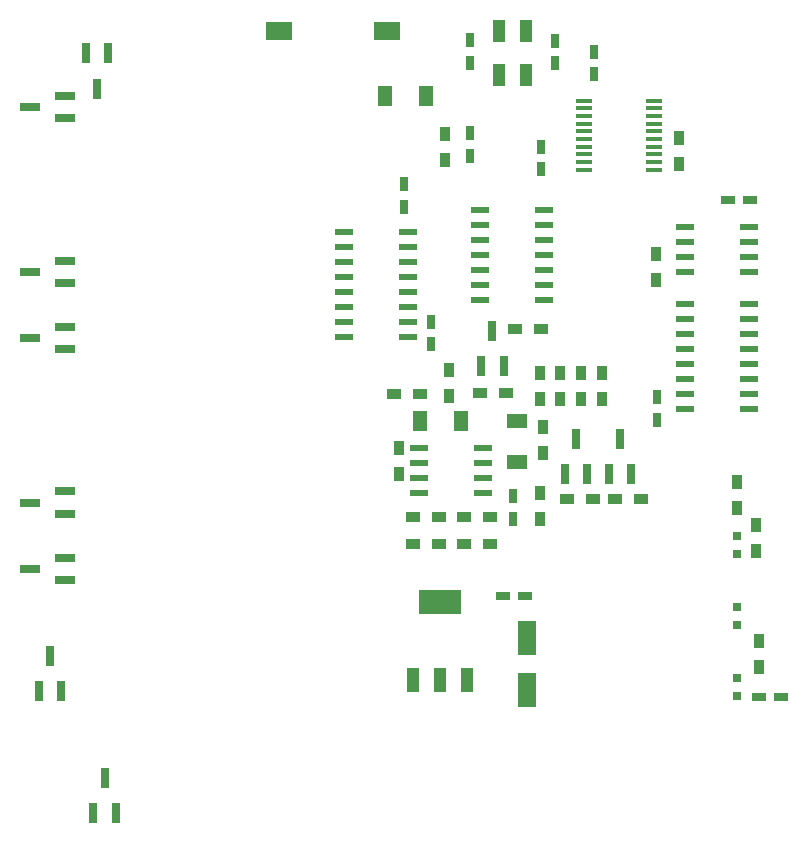
<source format=gbr>
G04 #@! TF.FileFunction,Paste,Top*
%FSLAX46Y46*%
G04 Gerber Fmt 4.6, Leading zero omitted, Abs format (unit mm)*
G04 Created by KiCad (PCBNEW 4.0.4-1.fc24-product) date Thu Jul 20 16:13:00 2017*
%MOMM*%
%LPD*%
G01*
G04 APERTURE LIST*
%ADD10C,0.100000*%
%ADD11R,0.900000X1.200000*%
%ADD12R,3.657600X2.032000*%
%ADD13R,1.016000X2.032000*%
%ADD14R,1.450000X0.450000*%
%ADD15R,1.550000X0.600000*%
%ADD16R,0.750000X1.200000*%
%ADD17R,1.600200X2.999740*%
%ADD18R,1.300480X1.699260*%
%ADD19R,1.699260X1.300480*%
%ADD20R,1.200000X0.750000*%
%ADD21R,0.797560X0.797560*%
%ADD22R,1.800860X0.800100*%
%ADD23R,0.800100X1.800860*%
%ADD24R,1.200000X0.900000*%
%ADD25R,1.500000X0.600000*%
%ADD26R,2.180000X1.600000*%
%ADD27R,1.099820X1.899920*%
G04 APERTURE END LIST*
D10*
D11*
X99750000Y-82650000D03*
X99750000Y-80450000D03*
D12*
X87800000Y-99798000D03*
D13*
X87800000Y-106402000D03*
X90086000Y-106402000D03*
X85514000Y-106402000D03*
D14*
X100050000Y-57375000D03*
X100050000Y-58025000D03*
X100050000Y-58675000D03*
X100050000Y-59325000D03*
X100050000Y-59975000D03*
X100050000Y-60625000D03*
X100050000Y-61275000D03*
X100050000Y-61925000D03*
X100050000Y-62575000D03*
X100050000Y-63225000D03*
X105950000Y-63225000D03*
X105950000Y-62575000D03*
X105950000Y-61925000D03*
X105950000Y-61275000D03*
X105950000Y-60625000D03*
X105950000Y-59975000D03*
X105950000Y-59325000D03*
X105950000Y-58675000D03*
X105950000Y-58025000D03*
X105950000Y-57375000D03*
D15*
X108600000Y-68095000D03*
X108600000Y-69365000D03*
X108600000Y-70635000D03*
X108600000Y-71905000D03*
X114000000Y-71905000D03*
X114000000Y-70635000D03*
X114000000Y-69365000D03*
X114000000Y-68095000D03*
D16*
X96400000Y-61300000D03*
X96400000Y-63200000D03*
D17*
X95150000Y-102850360D03*
X95150000Y-107249640D03*
D11*
X114800000Y-103150000D03*
X114800000Y-105350000D03*
D18*
X83149940Y-57000000D03*
X86650060Y-57000000D03*
D19*
X94361000Y-87983060D03*
X94361000Y-84482940D03*
D18*
X86133940Y-84455000D03*
X89634060Y-84455000D03*
D20*
X116700000Y-107850000D03*
X114800000Y-107850000D03*
X112200000Y-65825000D03*
X114100000Y-65825000D03*
D16*
X106225000Y-84400000D03*
X106225000Y-82500000D03*
X84800000Y-64450000D03*
X84800000Y-66350000D03*
X87050000Y-78000000D03*
X87050000Y-76100000D03*
D20*
X93150000Y-99350000D03*
X95050000Y-99350000D03*
D16*
X90400000Y-60150000D03*
X90400000Y-62050000D03*
X97600000Y-52325000D03*
X97600000Y-54225000D03*
X90375000Y-54150000D03*
X90375000Y-52250000D03*
X93980000Y-90871000D03*
X93980000Y-92771000D03*
D21*
X113000000Y-107749300D03*
X113000000Y-106250700D03*
X113000000Y-94250700D03*
X113000000Y-95749300D03*
X113000000Y-100250700D03*
X113000000Y-101749300D03*
D22*
X56111140Y-78420000D03*
X56111140Y-76520000D03*
X53108860Y-77470000D03*
X56101140Y-92350000D03*
X56101140Y-90450000D03*
X53098860Y-91400000D03*
D23*
X58486000Y-117706140D03*
X60386000Y-117706140D03*
X59436000Y-114703860D03*
D22*
X56111140Y-72832000D03*
X56111140Y-70932000D03*
X53108860Y-71882000D03*
D23*
X53850000Y-107373140D03*
X55750000Y-107373140D03*
X54800000Y-104370860D03*
X59751000Y-53362860D03*
X57851000Y-53362860D03*
X58801000Y-56365140D03*
D22*
X56111140Y-97978000D03*
X56111140Y-96078000D03*
X53108860Y-97028000D03*
X56111140Y-58862000D03*
X56111140Y-56962000D03*
X53108860Y-57912000D03*
D11*
X88550000Y-80175000D03*
X88550000Y-82375000D03*
X88250000Y-62375000D03*
X88250000Y-60175000D03*
X106125000Y-70350000D03*
X106125000Y-72550000D03*
X108075000Y-62725000D03*
X108075000Y-60525000D03*
D24*
X91225000Y-82100000D03*
X93425000Y-82100000D03*
D11*
X96520000Y-87206000D03*
X96520000Y-85006000D03*
X84328000Y-88984000D03*
X84328000Y-86784000D03*
X113000000Y-89650000D03*
X113000000Y-91850000D03*
X114550000Y-93325000D03*
X114550000Y-95525000D03*
X96250000Y-82600000D03*
X96250000Y-80400000D03*
X98000000Y-82650000D03*
X98000000Y-80450000D03*
X101500000Y-82650000D03*
X101500000Y-80450000D03*
D25*
X114000000Y-83445000D03*
X114000000Y-82175000D03*
X114000000Y-80905000D03*
X114000000Y-79635000D03*
X114000000Y-78365000D03*
X114000000Y-77095000D03*
X114000000Y-75825000D03*
X114000000Y-74555000D03*
X108600000Y-74555000D03*
X108600000Y-75825000D03*
X108600000Y-77095000D03*
X108600000Y-78365000D03*
X108600000Y-79635000D03*
X108600000Y-80905000D03*
X108600000Y-82175000D03*
X108600000Y-83445000D03*
D15*
X86073000Y-86741000D03*
X86073000Y-88011000D03*
X86073000Y-89281000D03*
X86073000Y-90551000D03*
X91473000Y-90551000D03*
X91473000Y-89281000D03*
X91473000Y-88011000D03*
X91473000Y-86741000D03*
D25*
X79723000Y-68453000D03*
X79723000Y-69723000D03*
X79723000Y-70993000D03*
X79723000Y-72263000D03*
X79723000Y-73533000D03*
X79723000Y-74803000D03*
X79723000Y-76073000D03*
X79723000Y-77343000D03*
X85123000Y-77343000D03*
X85123000Y-76073000D03*
X85123000Y-74803000D03*
X85123000Y-73533000D03*
X85123000Y-72263000D03*
X85123000Y-70993000D03*
X85123000Y-69723000D03*
X85123000Y-68453000D03*
D11*
X96266000Y-92794000D03*
X96266000Y-90594000D03*
D24*
X89832000Y-94932500D03*
X92032000Y-94932500D03*
X92032000Y-92646500D03*
X89832000Y-92646500D03*
X87714000Y-94932500D03*
X85514000Y-94932500D03*
X85514000Y-92646500D03*
X87714000Y-92646500D03*
X86100000Y-82225000D03*
X83900000Y-82225000D03*
X98600000Y-91075000D03*
X100800000Y-91075000D03*
X102675000Y-91075000D03*
X104875000Y-91075000D03*
D26*
X83367830Y-51475420D03*
X74162970Y-51470780D03*
D24*
X94150000Y-76675000D03*
X96350000Y-76675000D03*
D23*
X91300000Y-79851140D03*
X93200000Y-79851140D03*
X92250000Y-76848860D03*
X98400000Y-89001140D03*
X100300000Y-89001140D03*
X99350000Y-85998860D03*
X102125000Y-89001140D03*
X104025000Y-89001140D03*
X103075000Y-85998860D03*
D25*
X96650000Y-74210000D03*
X96650000Y-72940000D03*
X96650000Y-71670000D03*
X96650000Y-70400000D03*
X96650000Y-69130000D03*
X96650000Y-67860000D03*
X96650000Y-66590000D03*
X91250000Y-66590000D03*
X91250000Y-67860000D03*
X91250000Y-69130000D03*
X91250000Y-70400000D03*
X91250000Y-71670000D03*
X91250000Y-72940000D03*
X91250000Y-74210000D03*
D27*
X95098080Y-55199120D03*
X92801920Y-51500880D03*
X92801920Y-55199120D03*
X95098080Y-51500880D03*
D16*
X100900000Y-53250000D03*
X100900000Y-55150000D03*
M02*

</source>
